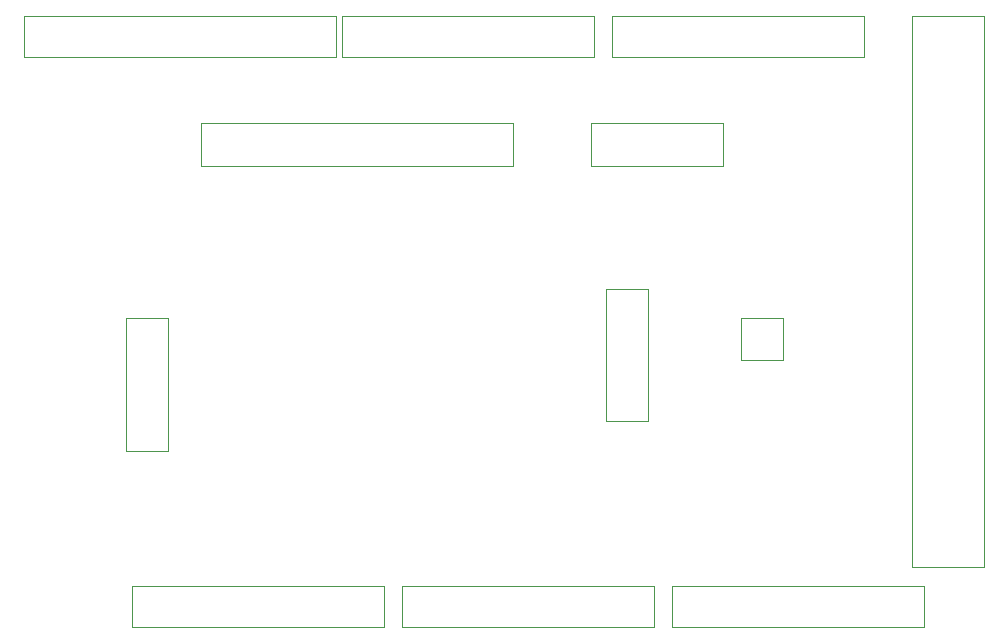
<source format=gbr>
G04 #@! TF.GenerationSoftware,KiCad,Pcbnew,5.0.2+dfsg1-1*
G04 #@! TF.CreationDate,2020-02-13T15:26:16-05:00*
G04 #@! TF.ProjectId,poolV1,706f6f6c-5631-42e6-9b69-6361645f7063,rev?*
G04 #@! TF.SameCoordinates,Original*
G04 #@! TF.FileFunction,Other,User*
%FSLAX46Y46*%
G04 Gerber Fmt 4.6, Leading zero omitted, Abs format (unit mm)*
G04 Created by KiCad (PCBNEW 5.0.2+dfsg1-1) date Thu 13 Feb 2020 03:26:16 PM -05*
%MOMM*%
%LPD*%
G01*
G04 APERTURE LIST*
%ADD10C,0.050000*%
G04 APERTURE END LIST*
D10*
G04 #@! TO.C,J4*
X181080000Y-94720000D02*
X184630000Y-94720000D01*
X184630000Y-94720000D02*
X184630000Y-98270000D01*
X184630000Y-98270000D02*
X181080000Y-98270000D01*
X181080000Y-98270000D02*
X181080000Y-94720000D01*
G04 #@! TO.C,J2*
X129010000Y-94720000D02*
X129010000Y-105920000D01*
X129010000Y-105920000D02*
X132610000Y-105920000D01*
X132610000Y-105920000D02*
X132610000Y-94720000D01*
X132610000Y-94720000D02*
X129010000Y-94720000D01*
G04 #@! TO.C,J1*
X179600000Y-81810000D02*
X179600000Y-78210000D01*
X168400000Y-81810000D02*
X179600000Y-81810000D01*
X168400000Y-78210000D02*
X168400000Y-81810000D01*
X179600000Y-78210000D02*
X168400000Y-78210000D01*
G04 #@! TO.C,J5*
X161820000Y-78210000D02*
X135370000Y-78210000D01*
X135370000Y-78210000D02*
X135370000Y-81810000D01*
X135370000Y-81810000D02*
X161820000Y-81810000D01*
X161820000Y-81810000D02*
X161820000Y-78210000D01*
G04 #@! TO.C,J3*
X173250000Y-103400000D02*
X173250000Y-92200000D01*
X173250000Y-92200000D02*
X169650000Y-92200000D01*
X169650000Y-92200000D02*
X169650000Y-103400000D01*
X169650000Y-103400000D02*
X173250000Y-103400000D01*
G04 #@! TO.C,P1*
X195608000Y-115796000D02*
X201658000Y-115796000D01*
X195608000Y-69096000D02*
X201658000Y-69096000D01*
X195608000Y-115796000D02*
X195608000Y-69096000D01*
X201658000Y-115796000D02*
X201658000Y-69096000D01*
G04 #@! TO.C,P2*
X129568000Y-117376000D02*
X129568000Y-120876000D01*
X150868000Y-117376000D02*
X150868000Y-120876000D01*
X129568000Y-117376000D02*
X150868000Y-117376000D01*
X129568000Y-120876000D02*
X150868000Y-120876000D01*
G04 #@! TO.C,P3*
X152428000Y-117376000D02*
X152428000Y-120876000D01*
X173728000Y-117376000D02*
X173728000Y-120876000D01*
X152428000Y-117376000D02*
X173728000Y-117376000D01*
X152428000Y-120876000D02*
X173728000Y-120876000D01*
G04 #@! TO.C,P4*
X175288000Y-117376000D02*
X175288000Y-120876000D01*
X196588000Y-117376000D02*
X196588000Y-120876000D01*
X175288000Y-117376000D02*
X196588000Y-117376000D01*
X175288000Y-120876000D02*
X196588000Y-120876000D01*
G04 #@! TO.C,P5*
X120424000Y-69116000D02*
X120424000Y-72616000D01*
X146824000Y-69116000D02*
X146824000Y-72616000D01*
X120424000Y-69116000D02*
X146824000Y-69116000D01*
X120424000Y-72616000D02*
X146824000Y-72616000D01*
G04 #@! TO.C,P6*
X147348000Y-69116000D02*
X147348000Y-72616000D01*
X168648000Y-69116000D02*
X168648000Y-72616000D01*
X147348000Y-69116000D02*
X168648000Y-69116000D01*
X147348000Y-72616000D02*
X168648000Y-72616000D01*
G04 #@! TO.C,P7*
X170208000Y-69116000D02*
X170208000Y-72616000D01*
X191508000Y-69116000D02*
X191508000Y-72616000D01*
X170208000Y-69116000D02*
X191508000Y-69116000D01*
X170208000Y-72616000D02*
X191508000Y-72616000D01*
G04 #@! TD*
M02*

</source>
